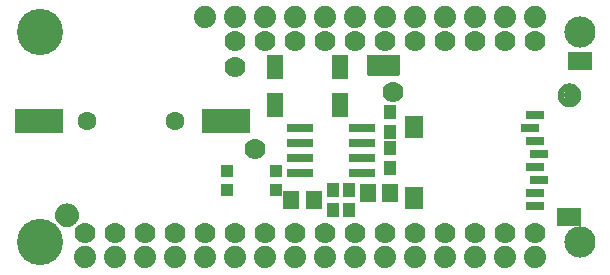
<source format=gbr>
G04 EAGLE Gerber RS-274X export*
G75*
%MOMM*%
%FSLAX34Y34*%
%LPD*%
%INSoldermask Top*%
%IPPOS*%
%AMOC8*
5,1,8,0,0,1.08239X$1,22.5*%
G01*
%ADD10C,2.641600*%
%ADD11C,3.911600*%
%ADD12C,1.879600*%
%ADD13R,2.001600X1.501600*%
%ADD14R,1.501600X1.901600*%
%ADD15R,1.601600X0.801600*%
%ADD16R,1.001600X1.001600*%
%ADD17R,2.301600X0.701600*%
%ADD18R,1.401600X2.001600*%
%ADD19R,1.101600X1.176600*%
%ADD20C,1.601600*%
%ADD21R,4.101600X2.101600*%
%ADD22R,1.341600X1.601600*%
%ADD23C,1.778000*%
%ADD24R,1.270000X1.701800*%
%ADD25R,0.736600X0.304800*%
%ADD26C,1.101600*%
%ADD27C,0.500000*%

G36*
X329048Y166386D02*
X329048Y166386D01*
X329167Y166393D01*
X329205Y166406D01*
X329246Y166411D01*
X329356Y166454D01*
X329469Y166491D01*
X329504Y166513D01*
X329541Y166528D01*
X329637Y166598D01*
X329738Y166661D01*
X329766Y166691D01*
X329799Y166714D01*
X329875Y166806D01*
X329956Y166893D01*
X329976Y166928D01*
X330001Y166959D01*
X330052Y167067D01*
X330110Y167171D01*
X330120Y167211D01*
X330137Y167247D01*
X330159Y167364D01*
X330189Y167479D01*
X330193Y167540D01*
X330197Y167560D01*
X330195Y167580D01*
X330199Y167640D01*
X330199Y182880D01*
X330184Y182998D01*
X330177Y183117D01*
X330164Y183155D01*
X330159Y183196D01*
X330116Y183306D01*
X330079Y183419D01*
X330057Y183454D01*
X330042Y183491D01*
X329973Y183587D01*
X329909Y183688D01*
X329879Y183716D01*
X329856Y183749D01*
X329764Y183825D01*
X329677Y183906D01*
X329642Y183926D01*
X329611Y183951D01*
X329503Y184002D01*
X329399Y184060D01*
X329359Y184070D01*
X329323Y184087D01*
X329206Y184109D01*
X329091Y184139D01*
X329031Y184143D01*
X329011Y184147D01*
X328990Y184145D01*
X328930Y184149D01*
X303530Y184149D01*
X303412Y184134D01*
X303293Y184127D01*
X303255Y184114D01*
X303214Y184109D01*
X303104Y184066D01*
X302991Y184029D01*
X302956Y184007D01*
X302919Y183992D01*
X302823Y183923D01*
X302722Y183859D01*
X302694Y183829D01*
X302661Y183806D01*
X302586Y183714D01*
X302504Y183627D01*
X302484Y183592D01*
X302459Y183561D01*
X302408Y183453D01*
X302350Y183349D01*
X302340Y183309D01*
X302323Y183273D01*
X302301Y183156D01*
X302271Y183041D01*
X302267Y182981D01*
X302263Y182961D01*
X302264Y182954D01*
X302263Y182952D01*
X302264Y182936D01*
X302261Y182880D01*
X302261Y167640D01*
X302276Y167522D01*
X302283Y167403D01*
X302296Y167365D01*
X302301Y167324D01*
X302344Y167214D01*
X302381Y167101D01*
X302403Y167066D01*
X302418Y167029D01*
X302488Y166933D01*
X302551Y166832D01*
X302581Y166804D01*
X302604Y166771D01*
X302696Y166696D01*
X302783Y166614D01*
X302818Y166594D01*
X302849Y166569D01*
X302957Y166518D01*
X303061Y166460D01*
X303101Y166450D01*
X303137Y166433D01*
X303254Y166411D01*
X303369Y166381D01*
X303430Y166377D01*
X303450Y166373D01*
X303470Y166375D01*
X303530Y166371D01*
X328930Y166371D01*
X329048Y166386D01*
G37*
D10*
X482600Y203200D03*
X482600Y25400D03*
D11*
X25400Y203200D03*
X25400Y25400D03*
D12*
X165100Y215900D03*
X190500Y215900D03*
X215900Y215900D03*
X241300Y215900D03*
X266700Y215900D03*
X292100Y215900D03*
X317500Y215900D03*
X342900Y215900D03*
X368300Y215900D03*
X393700Y215900D03*
X419100Y215900D03*
X444500Y215900D03*
X165100Y12700D03*
X190500Y12700D03*
X215900Y12700D03*
X241300Y12700D03*
X266700Y12700D03*
X292100Y12700D03*
X317500Y12700D03*
X342900Y12700D03*
X368300Y12700D03*
X393700Y12700D03*
X419100Y12700D03*
X444500Y12700D03*
X139700Y12700D03*
X114300Y12700D03*
X88900Y12700D03*
X63500Y12700D03*
D13*
X473220Y47180D03*
X482220Y179180D03*
D14*
X342220Y63180D03*
X342220Y123180D03*
D15*
X444220Y56180D03*
X444220Y67180D03*
X448220Y78180D03*
X444220Y89180D03*
X448220Y100180D03*
X444220Y111180D03*
X440220Y122180D03*
X444220Y133180D03*
D16*
X183970Y69470D03*
X183970Y85470D03*
X224970Y85470D03*
X224970Y69470D03*
D17*
X245780Y109220D03*
X297780Y109220D03*
X245780Y121920D03*
X245780Y96520D03*
X245780Y83820D03*
X297780Y121920D03*
X297780Y96520D03*
X297780Y83820D03*
D18*
X223960Y141480D03*
X278960Y141480D03*
X278960Y173480D03*
X223960Y173480D03*
D19*
X287020Y69460D03*
X287020Y52460D03*
X273050Y69460D03*
X273050Y52460D03*
X321310Y135500D03*
X321310Y118500D03*
D20*
X139830Y128270D03*
X65330Y128270D03*
D21*
X24330Y128270D03*
X183230Y128270D03*
D22*
X321920Y67310D03*
X302920Y67310D03*
D23*
X190500Y195580D03*
X215900Y195580D03*
X241300Y195580D03*
X266700Y195580D03*
X292100Y195580D03*
X317500Y195580D03*
X342900Y195580D03*
X368300Y195580D03*
X393700Y195580D03*
X419100Y195580D03*
X444500Y195580D03*
X444500Y33020D03*
X419100Y33020D03*
X393700Y33020D03*
X368300Y33020D03*
X342900Y33020D03*
X317500Y33020D03*
X292100Y33020D03*
X266700Y33020D03*
X241300Y33020D03*
X215900Y33020D03*
X190500Y33020D03*
X165100Y33020D03*
X139700Y33020D03*
X114300Y33020D03*
X88900Y33020D03*
X63500Y33020D03*
X190500Y173990D03*
X323850Y152400D03*
D24*
X308610Y175260D03*
X323850Y175260D03*
D25*
X316230Y175260D03*
D23*
X207010Y104140D03*
D26*
X473710Y149860D03*
D27*
X473710Y157360D02*
X473529Y157358D01*
X473348Y157351D01*
X473167Y157340D01*
X472986Y157325D01*
X472806Y157305D01*
X472626Y157281D01*
X472447Y157253D01*
X472269Y157220D01*
X472092Y157183D01*
X471915Y157142D01*
X471740Y157097D01*
X471565Y157047D01*
X471392Y156993D01*
X471221Y156935D01*
X471050Y156873D01*
X470882Y156806D01*
X470715Y156736D01*
X470549Y156662D01*
X470386Y156583D01*
X470225Y156501D01*
X470065Y156415D01*
X469908Y156325D01*
X469753Y156231D01*
X469600Y156134D01*
X469450Y156032D01*
X469302Y155928D01*
X469156Y155819D01*
X469014Y155708D01*
X468874Y155592D01*
X468737Y155474D01*
X468602Y155352D01*
X468471Y155227D01*
X468343Y155099D01*
X468218Y154968D01*
X468096Y154833D01*
X467978Y154696D01*
X467862Y154556D01*
X467751Y154414D01*
X467642Y154268D01*
X467538Y154120D01*
X467436Y153970D01*
X467339Y153817D01*
X467245Y153662D01*
X467155Y153505D01*
X467069Y153345D01*
X466987Y153184D01*
X466908Y153021D01*
X466834Y152855D01*
X466764Y152688D01*
X466697Y152520D01*
X466635Y152349D01*
X466577Y152178D01*
X466523Y152005D01*
X466473Y151830D01*
X466428Y151655D01*
X466387Y151478D01*
X466350Y151301D01*
X466317Y151123D01*
X466289Y150944D01*
X466265Y150764D01*
X466245Y150584D01*
X466230Y150403D01*
X466219Y150222D01*
X466212Y150041D01*
X466210Y149860D01*
X473710Y157360D02*
X473891Y157358D01*
X474072Y157351D01*
X474253Y157340D01*
X474434Y157325D01*
X474614Y157305D01*
X474794Y157281D01*
X474973Y157253D01*
X475151Y157220D01*
X475328Y157183D01*
X475505Y157142D01*
X475680Y157097D01*
X475855Y157047D01*
X476028Y156993D01*
X476199Y156935D01*
X476370Y156873D01*
X476538Y156806D01*
X476705Y156736D01*
X476871Y156662D01*
X477034Y156583D01*
X477195Y156501D01*
X477355Y156415D01*
X477512Y156325D01*
X477667Y156231D01*
X477820Y156134D01*
X477970Y156032D01*
X478118Y155928D01*
X478264Y155819D01*
X478406Y155708D01*
X478546Y155592D01*
X478683Y155474D01*
X478818Y155352D01*
X478949Y155227D01*
X479077Y155099D01*
X479202Y154968D01*
X479324Y154833D01*
X479442Y154696D01*
X479558Y154556D01*
X479669Y154414D01*
X479778Y154268D01*
X479882Y154120D01*
X479984Y153970D01*
X480081Y153817D01*
X480175Y153662D01*
X480265Y153505D01*
X480351Y153345D01*
X480433Y153184D01*
X480512Y153021D01*
X480586Y152855D01*
X480656Y152688D01*
X480723Y152520D01*
X480785Y152349D01*
X480843Y152178D01*
X480897Y152005D01*
X480947Y151830D01*
X480992Y151655D01*
X481033Y151478D01*
X481070Y151301D01*
X481103Y151123D01*
X481131Y150944D01*
X481155Y150764D01*
X481175Y150584D01*
X481190Y150403D01*
X481201Y150222D01*
X481208Y150041D01*
X481210Y149860D01*
X481208Y149679D01*
X481201Y149498D01*
X481190Y149317D01*
X481175Y149136D01*
X481155Y148956D01*
X481131Y148776D01*
X481103Y148597D01*
X481070Y148419D01*
X481033Y148242D01*
X480992Y148065D01*
X480947Y147890D01*
X480897Y147715D01*
X480843Y147542D01*
X480785Y147371D01*
X480723Y147200D01*
X480656Y147032D01*
X480586Y146865D01*
X480512Y146699D01*
X480433Y146536D01*
X480351Y146375D01*
X480265Y146215D01*
X480175Y146058D01*
X480081Y145903D01*
X479984Y145750D01*
X479882Y145600D01*
X479778Y145452D01*
X479669Y145306D01*
X479558Y145164D01*
X479442Y145024D01*
X479324Y144887D01*
X479202Y144752D01*
X479077Y144621D01*
X478949Y144493D01*
X478818Y144368D01*
X478683Y144246D01*
X478546Y144128D01*
X478406Y144012D01*
X478264Y143901D01*
X478118Y143792D01*
X477970Y143688D01*
X477820Y143586D01*
X477667Y143489D01*
X477512Y143395D01*
X477355Y143305D01*
X477195Y143219D01*
X477034Y143137D01*
X476871Y143058D01*
X476705Y142984D01*
X476538Y142914D01*
X476370Y142847D01*
X476199Y142785D01*
X476028Y142727D01*
X475855Y142673D01*
X475680Y142623D01*
X475505Y142578D01*
X475328Y142537D01*
X475151Y142500D01*
X474973Y142467D01*
X474794Y142439D01*
X474614Y142415D01*
X474434Y142395D01*
X474253Y142380D01*
X474072Y142369D01*
X473891Y142362D01*
X473710Y142360D01*
X473529Y142362D01*
X473348Y142369D01*
X473167Y142380D01*
X472986Y142395D01*
X472806Y142415D01*
X472626Y142439D01*
X472447Y142467D01*
X472269Y142500D01*
X472092Y142537D01*
X471915Y142578D01*
X471740Y142623D01*
X471565Y142673D01*
X471392Y142727D01*
X471221Y142785D01*
X471050Y142847D01*
X470882Y142914D01*
X470715Y142984D01*
X470549Y143058D01*
X470386Y143137D01*
X470225Y143219D01*
X470065Y143305D01*
X469908Y143395D01*
X469753Y143489D01*
X469600Y143586D01*
X469450Y143688D01*
X469302Y143792D01*
X469156Y143901D01*
X469014Y144012D01*
X468874Y144128D01*
X468737Y144246D01*
X468602Y144368D01*
X468471Y144493D01*
X468343Y144621D01*
X468218Y144752D01*
X468096Y144887D01*
X467978Y145024D01*
X467862Y145164D01*
X467751Y145306D01*
X467642Y145452D01*
X467538Y145600D01*
X467436Y145750D01*
X467339Y145903D01*
X467245Y146058D01*
X467155Y146215D01*
X467069Y146375D01*
X466987Y146536D01*
X466908Y146699D01*
X466834Y146865D01*
X466764Y147032D01*
X466697Y147200D01*
X466635Y147371D01*
X466577Y147542D01*
X466523Y147715D01*
X466473Y147890D01*
X466428Y148065D01*
X466387Y148242D01*
X466350Y148419D01*
X466317Y148597D01*
X466289Y148776D01*
X466265Y148956D01*
X466245Y149136D01*
X466230Y149317D01*
X466219Y149498D01*
X466212Y149679D01*
X466210Y149860D01*
D26*
X48260Y48260D03*
D27*
X48260Y55760D02*
X48079Y55758D01*
X47898Y55751D01*
X47717Y55740D01*
X47536Y55725D01*
X47356Y55705D01*
X47176Y55681D01*
X46997Y55653D01*
X46819Y55620D01*
X46642Y55583D01*
X46465Y55542D01*
X46290Y55497D01*
X46115Y55447D01*
X45942Y55393D01*
X45771Y55335D01*
X45600Y55273D01*
X45432Y55206D01*
X45265Y55136D01*
X45099Y55062D01*
X44936Y54983D01*
X44775Y54901D01*
X44615Y54815D01*
X44458Y54725D01*
X44303Y54631D01*
X44150Y54534D01*
X44000Y54432D01*
X43852Y54328D01*
X43706Y54219D01*
X43564Y54108D01*
X43424Y53992D01*
X43287Y53874D01*
X43152Y53752D01*
X43021Y53627D01*
X42893Y53499D01*
X42768Y53368D01*
X42646Y53233D01*
X42528Y53096D01*
X42412Y52956D01*
X42301Y52814D01*
X42192Y52668D01*
X42088Y52520D01*
X41986Y52370D01*
X41889Y52217D01*
X41795Y52062D01*
X41705Y51905D01*
X41619Y51745D01*
X41537Y51584D01*
X41458Y51421D01*
X41384Y51255D01*
X41314Y51088D01*
X41247Y50920D01*
X41185Y50749D01*
X41127Y50578D01*
X41073Y50405D01*
X41023Y50230D01*
X40978Y50055D01*
X40937Y49878D01*
X40900Y49701D01*
X40867Y49523D01*
X40839Y49344D01*
X40815Y49164D01*
X40795Y48984D01*
X40780Y48803D01*
X40769Y48622D01*
X40762Y48441D01*
X40760Y48260D01*
X48260Y55760D02*
X48441Y55758D01*
X48622Y55751D01*
X48803Y55740D01*
X48984Y55725D01*
X49164Y55705D01*
X49344Y55681D01*
X49523Y55653D01*
X49701Y55620D01*
X49878Y55583D01*
X50055Y55542D01*
X50230Y55497D01*
X50405Y55447D01*
X50578Y55393D01*
X50749Y55335D01*
X50920Y55273D01*
X51088Y55206D01*
X51255Y55136D01*
X51421Y55062D01*
X51584Y54983D01*
X51745Y54901D01*
X51905Y54815D01*
X52062Y54725D01*
X52217Y54631D01*
X52370Y54534D01*
X52520Y54432D01*
X52668Y54328D01*
X52814Y54219D01*
X52956Y54108D01*
X53096Y53992D01*
X53233Y53874D01*
X53368Y53752D01*
X53499Y53627D01*
X53627Y53499D01*
X53752Y53368D01*
X53874Y53233D01*
X53992Y53096D01*
X54108Y52956D01*
X54219Y52814D01*
X54328Y52668D01*
X54432Y52520D01*
X54534Y52370D01*
X54631Y52217D01*
X54725Y52062D01*
X54815Y51905D01*
X54901Y51745D01*
X54983Y51584D01*
X55062Y51421D01*
X55136Y51255D01*
X55206Y51088D01*
X55273Y50920D01*
X55335Y50749D01*
X55393Y50578D01*
X55447Y50405D01*
X55497Y50230D01*
X55542Y50055D01*
X55583Y49878D01*
X55620Y49701D01*
X55653Y49523D01*
X55681Y49344D01*
X55705Y49164D01*
X55725Y48984D01*
X55740Y48803D01*
X55751Y48622D01*
X55758Y48441D01*
X55760Y48260D01*
X55758Y48079D01*
X55751Y47898D01*
X55740Y47717D01*
X55725Y47536D01*
X55705Y47356D01*
X55681Y47176D01*
X55653Y46997D01*
X55620Y46819D01*
X55583Y46642D01*
X55542Y46465D01*
X55497Y46290D01*
X55447Y46115D01*
X55393Y45942D01*
X55335Y45771D01*
X55273Y45600D01*
X55206Y45432D01*
X55136Y45265D01*
X55062Y45099D01*
X54983Y44936D01*
X54901Y44775D01*
X54815Y44615D01*
X54725Y44458D01*
X54631Y44303D01*
X54534Y44150D01*
X54432Y44000D01*
X54328Y43852D01*
X54219Y43706D01*
X54108Y43564D01*
X53992Y43424D01*
X53874Y43287D01*
X53752Y43152D01*
X53627Y43021D01*
X53499Y42893D01*
X53368Y42768D01*
X53233Y42646D01*
X53096Y42528D01*
X52956Y42412D01*
X52814Y42301D01*
X52668Y42192D01*
X52520Y42088D01*
X52370Y41986D01*
X52217Y41889D01*
X52062Y41795D01*
X51905Y41705D01*
X51745Y41619D01*
X51584Y41537D01*
X51421Y41458D01*
X51255Y41384D01*
X51088Y41314D01*
X50920Y41247D01*
X50749Y41185D01*
X50578Y41127D01*
X50405Y41073D01*
X50230Y41023D01*
X50055Y40978D01*
X49878Y40937D01*
X49701Y40900D01*
X49523Y40867D01*
X49344Y40839D01*
X49164Y40815D01*
X48984Y40795D01*
X48803Y40780D01*
X48622Y40769D01*
X48441Y40762D01*
X48260Y40760D01*
X48079Y40762D01*
X47898Y40769D01*
X47717Y40780D01*
X47536Y40795D01*
X47356Y40815D01*
X47176Y40839D01*
X46997Y40867D01*
X46819Y40900D01*
X46642Y40937D01*
X46465Y40978D01*
X46290Y41023D01*
X46115Y41073D01*
X45942Y41127D01*
X45771Y41185D01*
X45600Y41247D01*
X45432Y41314D01*
X45265Y41384D01*
X45099Y41458D01*
X44936Y41537D01*
X44775Y41619D01*
X44615Y41705D01*
X44458Y41795D01*
X44303Y41889D01*
X44150Y41986D01*
X44000Y42088D01*
X43852Y42192D01*
X43706Y42301D01*
X43564Y42412D01*
X43424Y42528D01*
X43287Y42646D01*
X43152Y42768D01*
X43021Y42893D01*
X42893Y43021D01*
X42768Y43152D01*
X42646Y43287D01*
X42528Y43424D01*
X42412Y43564D01*
X42301Y43706D01*
X42192Y43852D01*
X42088Y44000D01*
X41986Y44150D01*
X41889Y44303D01*
X41795Y44458D01*
X41705Y44615D01*
X41619Y44775D01*
X41537Y44936D01*
X41458Y45099D01*
X41384Y45265D01*
X41314Y45432D01*
X41247Y45600D01*
X41185Y45771D01*
X41127Y45942D01*
X41073Y46115D01*
X41023Y46290D01*
X40978Y46465D01*
X40937Y46642D01*
X40900Y46819D01*
X40867Y46997D01*
X40839Y47176D01*
X40815Y47356D01*
X40795Y47536D01*
X40780Y47717D01*
X40769Y47898D01*
X40762Y48079D01*
X40760Y48260D01*
D19*
X321310Y105020D03*
X321310Y88020D03*
D22*
X257150Y60960D03*
X238150Y60960D03*
M02*

</source>
